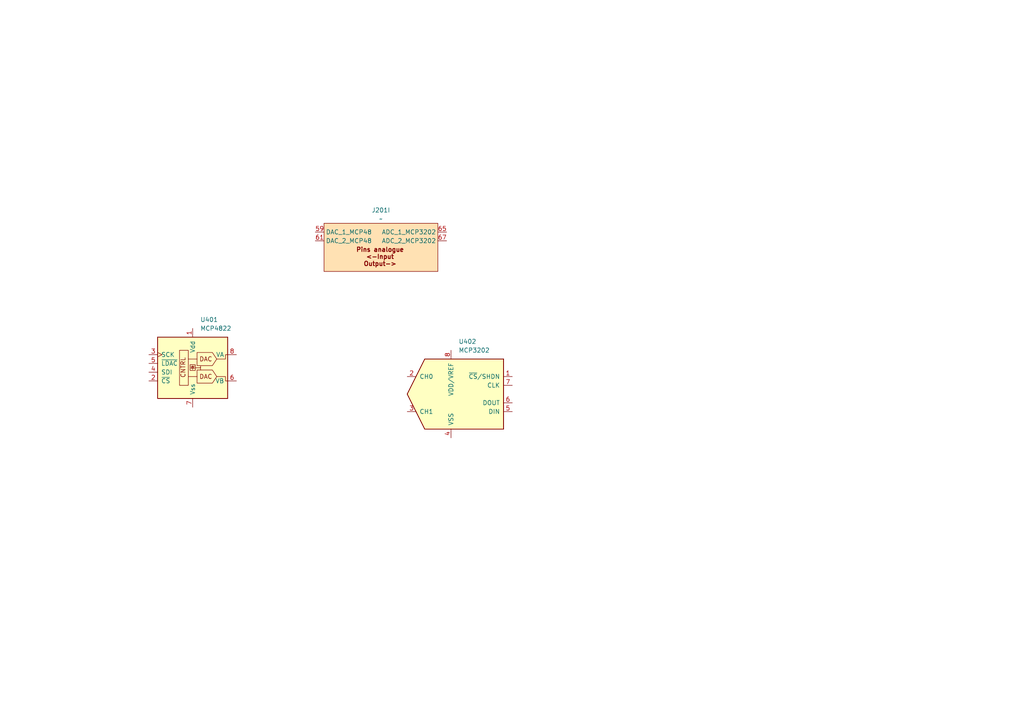
<source format=kicad_sch>
(kicad_sch (version 20231120) (generator "eeschema") (generator_version "8.0")
  (paper "A4")
  (lib_symbols
    (symbol "Analog_ADC:MCP3202" (pin_names (offset 1.016))
      (property "Reference" "U" (at -6.35 11.43 0))
      (property "Value" "MCP3202" (at 11.43 11.43 0))
      (symbol "MCP3202_0_1"
        (polyline (pts (xy 15.24 10.16) (xy -7.62 10.16) (xy -12.7 0) (xy -7.62 -10.16) (xy 15.24 -10.16) (xy 15.24 10.16)) (stroke (width 0.254)) (fill (type background)))
      )
      (symbol "MCP3202_1_1"
        (pin input line (at 17.78 5.08 180) (length 2.54) (name "~{CS}/SHDN") (number "1"))
        (pin passive line (at -12.7 5.08 0) (length 2.54) (name "CH0") (number "2"))
        (pin passive line (at -12.7 -5.08 0) (length 2.54) (name "CH1") (number "3"))
        (pin power_in line (at 0 -12.7 90) (length 2.54) (name "VSS") (number "4"))
        (pin input line (at 17.78 -5.08 180) (length 2.54) (name "DIN") (number "5"))
        (pin output line (at 17.78 -2.54 180) (length 2.54) (name "DOUT") (number "6"))
        (pin input line (at 17.78 2.54 180) (length 2.54) (name "CLK") (number "7"))
        (pin power_in line (at 0 12.7 270) (length 2.54) (name "VDD/VREF") (number "8"))
      )
    )
    (symbol "Analog_DAC:MCP4822" (pin_names (offset 1.016))
      (property "Reference" "U" (at -2.54 10.795 0))
      (property "Value" "MCP4822" (at -2.54 8.89 0))
      (symbol "MCP4822_0_0"
        (polyline (pts (xy 0 -1.778) (xy 0 -0.635)))
        (polyline (pts (xy 0.381 -0.889) (xy 0.508 -0.762)))
        (polyline (pts (xy 2.286 -1.143) (xy 2.286 -1.905)))
        (polyline (pts (xy 0.381 -0.889) (xy -0.381 -0.889) (xy -0.508 -1.016)))
        (polyline (pts (xy 0.762 -1.27) (xy 2.286 -1.27) (xy 2.286 -0.762)))
        (polyline (pts (xy 0 -0.889) (xy 0.508 -1.397) (xy -0.508 -1.397) (xy 0 -0.889)))
        (polyline (pts (xy 6.985 -3.81) (xy 9.525 -3.81) (xy 9.525 -5.08) (xy 10.16 -5.08)))
        (polyline (pts (xy 6.985 1.27) (xy 9.525 1.27) (xy 9.525 2.54) (xy 10.16 2.54)))
        (rectangle (start 0.762 -0.381) (end -0.762 -2.032))
        (text "CNTRL" (at -2.032 -4.191 900) (effects (font (size 1.27 1.27)) (justify left bottom)))
        (text "DAC" (at 3.81 -3.81 0) (effects (font (size 1.27 1.27))))
        (text "DAC" (at 3.81 1.27 0) (effects (font (size 1.27 1.27))))
      )
      (symbol "MCP4822_0_1"
        (rectangle (start -10.16 7.62) (end 10.16 -10.16) (stroke (width 0.254)) (fill (type background)))
        (rectangle (start -1.27 -6.35) (end -3.81 3.81))
        (polyline (pts (xy 1.27 -3.81) (xy -1.27 -3.81)))
        (polyline (pts (xy 1.27 1.27) (xy -1.27 1.27)))
        (polyline (pts (xy 6.985 -3.81) (xy 5.715 -1.905) (xy 1.27 -1.905) (xy 1.27 -5.715) (xy 5.715 -5.715) (xy 6.985 -3.81)))
        (polyline (pts (xy 6.985 1.27) (xy 5.715 3.175) (xy 1.27 3.175) (xy 1.27 -0.635) (xy 5.715 -0.635) (xy 6.985 1.27)))
      )
      (symbol "MCP4822_1_1"
        (pin power_in line (at 0 10.16 270) (length 2.54) (name "Vdd") (number "1"))
        (pin input line (at -12.7 -5.08 0) (length 2.54) (name "~{CS}") (number "2"))
        (pin input clock (at -12.7 2.54 0) (length 2.54) (name "SCK") (number "3"))
        (pin input line (at -12.7 -2.54 0) (length 2.54) (name "SDI") (number "4"))
        (pin input line (at -12.7 0 0) (length 2.54) (name "~{LDAC}") (number "5"))
        (pin output line (at 12.7 -5.08 180) (length 2.54) (name "VB") (number "6"))
        (pin power_in line (at 0 -12.7 90) (length 2.54) (name "Vss") (number "7"))
        (pin output line (at 12.7 2.54 180) (length 2.54) (name "VA") (number "8"))
      )
    )
    (symbol "connecteur_m2_key_E:connecteur_SOM_ESP32"
      (property "Reference" "J" (at 0.254 16.51 0))
      (symbol "connecteur_SOM_ESP32_1_1"
        (rectangle (start -13.97 7.62) (end 13.97 -27.94) (stroke (width 0) (color 72 0 0 1)) (fill (type color) (color 255 0 0 0.52)))
        (text "Pins d'alimentation\n&\nResets" (at 0 -9.144 0) (effects (font (size 1.27 1.27) (bold yes))))
        (pin power_in line (at 16.51 6.35 180) (length 2.54) (name "GND") (number "1"))
        (pin power_in line (at 16.51 1.27 180) (length 2.54) (name "GND") (number "18"))
        (pin power_in line (at -16.51 6.35 0) (length 2.54) (name "Vcc_3v3") (number "2"))
        (pin power_in line (at 16.51 -1.27 180) (length 2.54) (name "GND") (number "33"))
        (pin power_in line (at 16.51 -3.81 180) (length 2.54) (name "GND") (number "38"))
        (pin power_in line (at 16.51 -6.35 180) (length 2.54) (name "GND") (number "39"))
        (pin power_in line (at -16.51 3.81 0) (length 2.54) (name "Vcc_3v3") (number "4"))
        (pin power_in line (at 16.51 -8.89 180) (length 2.54) (name "GND") (number "45"))
        (pin power_in line (at 16.51 -11.43 180) (length 2.54) (name "GND") (number "51"))
        (pin bidirectional line (at -16.51 1.27 0) (length 2.54) (name "RESET_AUTRES") (number "54"))
        (pin power_in line (at 16.51 -13.97 180) (length 2.54) (name "GND") (number "55"))
        (pin bidirectional line (at -16.51 -21.59 0) (length 2.54) (name "RESET_ESP32") (number "56"))
        (pin power_in line (at 16.51 -16.51 180) (length 2.54) (name "GND") (number "57"))
        (pin power_in line (at 16.51 -19.05 180) (length 2.54) (name "GND") (number "62"))
        (pin power_in line (at 16.51 -21.59 180) (length 2.54) (name "GND") (number "63"))
        (pin power_in line (at 16.51 -24.13 180) (length 2.54) (name "GND") (number "69"))
        (pin power_in line (at 16.51 3.81 180) (length 2.54) (name "GND") (number "7"))
        (pin power_in line (at -16.51 -24.13 0) (length 2.54) (name "Vcc_3v3") (number "72"))
        (pin power_in line (at -16.51 -26.67 0) (length 2.54) (name "Vcc_3v3") (number "74"))
        (pin power_in line (at 16.51 -26.67 180) (length 2.54) (name "GND") (number "75"))
      )
      (symbol "connecteur_SOM_ESP32_2_1"
        (rectangle (start -17.78 11.43) (end 16.51 -12.7) (stroke (width 0) (color 0 0 72 1)) (fill (type color) (color 0 0 255 0.2)))
        (text "I2C" (at -0.254 -0.254 0) (effects (font (size 1.27 1.27))))
        (pin bidirectional line (at 19.05 7.62 180) (length 2.54) (name "I2C_SCL_1_TCA") (number "11"))
        (pin bidirectional line (at 19.05 3.81 180) (length 2.54) (name "I2C_SDA_2_TCA") (number "13"))
        (pin bidirectional line (at 19.05 -2.54 180) (length 2.54) (name "I2C_SDA_3_TCA") (number "14"))
        (pin bidirectional line (at 19.05 1.27 180) (length 2.54) (name "I2C_SCL_2_TCA") (number "15"))
        (pin bidirectional line (at 19.05 -5.08 180) (length 2.54) (name "I2C_SCL_3_TCA") (number "16"))
        (pin bidirectional line (at 19.05 -8.89 180) (length 2.54) (name "I2C_SDA_4_TCA") (number "17"))
        (pin bidirectional line (at 19.05 -11.43 180) (length 2.54) (name "I2C_SCL_4_TCA") (number "19"))
        (pin bidirectional line (at -20.32 1.27 0) (length 2.54) (name "I2C_SDA_ESP32") (number "58"))
        (pin bidirectional line (at -20.32 -1.27 0) (length 2.54) (name "I2C_SCL_ESP32") (number "60"))
        (pin bidirectional line (at 19.05 10.16 180) (length 2.54) (name "I2C_SDA_1_TCA") (number "9"))
      )
      (symbol "connecteur_SOM_ESP32_3_1"
        (rectangle (start -2.54 6.35) (end 15.24 -7.62) (stroke (width 0) (color 0 0 72 1)) (fill (type color) (color 0 0 255 0.2)))
        (text "SPI" (at 0 0 0) (effects (font (size 1.27 1.27) (bold yes))))
        (pin bidirectional line (at 17.78 5.08 180) (length 2.54) (name "SPI_CS_1") (number "20"))
        (pin bidirectional line (at 17.78 2.54 180) (length 2.54) (name "SPI_CS_2") (number "21"))
        (pin bidirectional line (at 17.78 -1.27 180) (length 2.54) (name "SPI_CLK") (number "23"))
        (pin bidirectional line (at 17.78 -3.81 180) (length 2.54) (name "SPI_MOSI") (number "35"))
        (pin bidirectional line (at 17.78 -6.35 180) (length 2.54) (name "SPI_MISO") (number "37"))
      )
      (symbol "connecteur_SOM_ESP32_4_1"
        (rectangle (start -13.97 2.54) (end 10.16 -2.54) (stroke (width 0) (color 0 0 72 1)) (fill (type color) (color 0 0 255 0.2)))
        (text "Canbus" (at -9.906 0.254 0) (effects (font (size 1.27 1.27) (bold yes))))
        (pin bidirectional line (at 12.7 1.27 180) (length 2.54) (name "CAN_H_MCP2515") (number "71"))
        (pin bidirectional line (at 12.7 -1.27 180) (length 2.54) (name "CAN_L_MCP2515") (number "73"))
      )
      (symbol "connecteur_SOM_ESP32_5_1"
        (rectangle (start -3.81 2.54) (end 11.43 -2.54) (stroke (width 0) (color 0 0 72 1)) (fill (type color) (color 0 0 255 0.2)))
        (text "UART" (at -0.254 0.254 0) (effects (font (size 1.27 1.27) (bold yes))))
        (pin bidirectional line (at 13.97 1.27 180) (length 2.54) (name "UART_TX") (number "22"))
        (pin bidirectional line (at 13.97 -1.27 180) (length 2.54) (name "UART_RX") (number "32"))
      )
      (symbol "connecteur_SOM_ESP32_6_1"
        (rectangle (start -11.43 2.54) (end 11.43 -2.54) (stroke (width 0) (color 0 0 72 1)) (fill (type color) (color 0 0 255 0.2)))
        (text "USB" (at -8.636 0.254 0) (effects (font (size 1.27 1.27) (bold yes))))
        (pin bidirectional line (at 13.97 -1.27 180) (length 2.54) (name "USB_D+_FT231") (number "3"))
        (pin bidirectional line (at 13.97 1.27 180) (length 2.54) (name "USB_D-_FT231") (number "5"))
      )
      (symbol "connecteur_SOM_ESP32_7_1"
        (rectangle (start -12.7 2.54) (end 11.43 -2.54) (stroke (width 0) (color 0 0 72 1)) (fill (type color) (color 0 0 255 0.2)))
        (text "DEBUG" (at -8.636 0.254 0) (effects (font (size 1.27 1.27) (bold yes))))
        (pin bidirectional line (at 13.97 1.27 180) (length 2.54) (name "USB_DEBUG_D-") (number "46"))
        (pin bidirectional line (at 13.97 -1.27 180) (length 2.54) (name "USB_DEBUG_D+") (number "48"))
      )
      (symbol "connecteur_SOM_ESP32_8_1"
        (rectangle (start -8.89 5.08) (end 11.43 -2.54) (stroke (width 0) (color 0 0 72 1)) (fill (type color) (color 0 0 255 0.2)))
        (text "I2S" (at -5.842 1.27 0) (effects (font (size 1.27 1.27) (bold yes))))
        (pin bidirectional line (at 13.97 1.27 180) (length 2.54) (name "I2S_WS") (number "10"))
        (pin bidirectional line (at 13.97 -1.27 180) (length 2.54) (name "I2S_DIN/DOUT") (number "12"))
        (pin bidirectional line (at 13.97 3.81 180) (length 2.54) (name "I2S_BCLK") (number "8"))
      )
      (symbol "connecteur_SOM_ESP32_9_1"
        (rectangle (start -16.51 3.81) (end 16.51 -10.16) (fill (type color) (color 255 153 0 0.3)))
        (text "Pins analogue\n<-Input\nOutput->" (at -0.254 -5.842 0) (effects (font (size 1.27 1.27) (bold yes))))
        (pin bidirectional line (at -19.05 1.27 0) (length 2.54) (name "DAC_1_MCP48") (number "59"))
        (pin bidirectional line (at -19.05 -1.27 0) (length 2.54) (name "DAC_2_MCP48") (number "61"))
        (pin power_in line (at 19.05 1.27 180) (length 2.54) (name "ADC_1_MCP3202") (number "65"))
        (pin power_in line (at 19.05 -1.27 180) (length 2.54) (name "ADC_2_MCP3202") (number "67"))
      )
      (symbol "connecteur_SOM_ESP32_10_1"
        (rectangle (start -19.05 5.08) (end 6.35 -5.08) (stroke (width 0) (color 0 72 0 1)) (fill (type color) (color 0 132 0 0.3)))
        (text "Sortie PWM\n" (at -13.208 0.254 0) (effects (font (size 1.27 1.27))))
        (pin output line (at 8.89 3.81 180) (length 2.54) (name "PWM_1_PCA") (number "64"))
        (pin output line (at 8.89 1.27 180) (length 2.54) (name "PWM_2_PCA") (number "66"))
        (pin output line (at 8.89 -1.27 180) (length 2.54) (name "PWM_3_PCA") (number "68"))
        (pin output line (at 8.89 -3.81 180) (length 2.54) (name "PWM_4_PCA") (number "70"))
      )
      (symbol "connecteur_SOM_ESP32_11_1"
        (rectangle (start -12.7 7.62) (end 13.97 -5.08) (stroke (width 0) (color 0 72 0 1)) (fill (type color) (color 0 132 0 0.3)))
        (text "ESP32\n" (at 0.508 -2.794 0) (effects (font (size 1.27 1.27))))
        (text "GPIO pins" (at 0.508 5.842 0) (effects (font (size 1.27 1.27))))
        (pin bidirectional line (at 16.51 -1.27 180) (length 2.54) (name "GPIO47") (number "34"))
        (pin bidirectional line (at 16.51 -3.81 180) (length 2.54) (name "GPIO48") (number "36"))
        (pin bidirectional line (at -15.24 6.35 0) (length 2.54) (name "GPIO15") (number "40"))
        (pin bidirectional line (at -15.24 3.81 0) (length 2.54) (name "GPIO16") (number "41"))
        (pin bidirectional line (at -15.24 1.27 0) (length 2.54) (name "GPIO17") (number "42"))
        (pin bidirectional line (at -15.24 -1.27 0) (length 2.54) (name "GPIO18") (number "43"))
        (pin bidirectional line (at -15.24 -3.81 0) (length 2.54) (name "GPIO21") (number "44"))
        (pin bidirectional line (at 16.51 6.35 180) (length 2.54) (name "GPIO33") (number "52"))
        (pin bidirectional line (at 16.51 3.81 180) (length 2.54) (name "GPIO34") (number "53"))
        (pin bidirectional line (at 16.51 1.27 180) (length 2.54) (name "GPIO38&LED") (number "6"))
      )
      (symbol "connecteur_SOM_ESP32_12_1"
        (rectangle (start -8.89 3.81) (end 8.89 -3.81) (fill (type color) (color 255 255 0 0.4)))
        (text "Sortie\nclock" (at -5.334 0 0) (effects (font (size 1.27 1.27) (bold yes))))
        (pin output line (at 11.43 2.54 180) (length 2.54) (name "REFCLKn") (number "47"))
        (pin output line (at 11.43 0 180) (length 2.54) (name "REFCLKp") (number "49"))
        (pin output line (at 11.43 -2.54 180) (length 2.54) (name "SUSCLK") (number "50"))
      )
    )
  )
  (symbol (lib_id "Analog_DAC:MCP4822") (at 55.88 105.41 0) (unit 1)
    (property "Reference" "U401" (at 58.0741 92.71 0) (effects (justify left)))
    (property "Value" "MCP4822" (at 58.0741 95.25 0) (effects (justify left)))
    (property "Datasheet" "http://ww1.microchip.com/downloads/en/DeviceDoc/20002249B.pdf" (effects (hide yes)))
    (property "Description" "2-Channel 12-Bit D/A Converters with SPI Interface and Internal Reference (2.048V)" (effects (hide yes)))
  )
  (symbol (lib_id "connecteur_m2_key_E:connecteur_SOM_ESP32") (at 110.49 68.58 0) (unit 9)
    (property "Reference" "J201" (at 110.49 60.96 0))
    (property "Value" "~" (at 110.49 63.5 0))
    (property "Footprint" "connecteur_M2_key_E:NGFF_E" (effects (hide yes)))
  )
  (symbol (lib_id "Analog_ADC:MCP3202") (at 130.81 114.3 0) (unit 1)
    (property "Reference" "U402" (at 133.0041 99.06 0) (effects (justify left)))
    (property "Value" "MCP3202" (at 133.0041 101.6 0) (effects (justify left)))
    (property "Datasheet" "http://ww1.microchip.com/downloads/en/DeviceDoc/21034D.pdf" (effects (hide yes)))
    (property "Description" "A/D Converter, 12-Bit, 2-Channel, SPI Interface, 2.7V-5.5V" (effects (hide yes)))
  )
)
</source>
